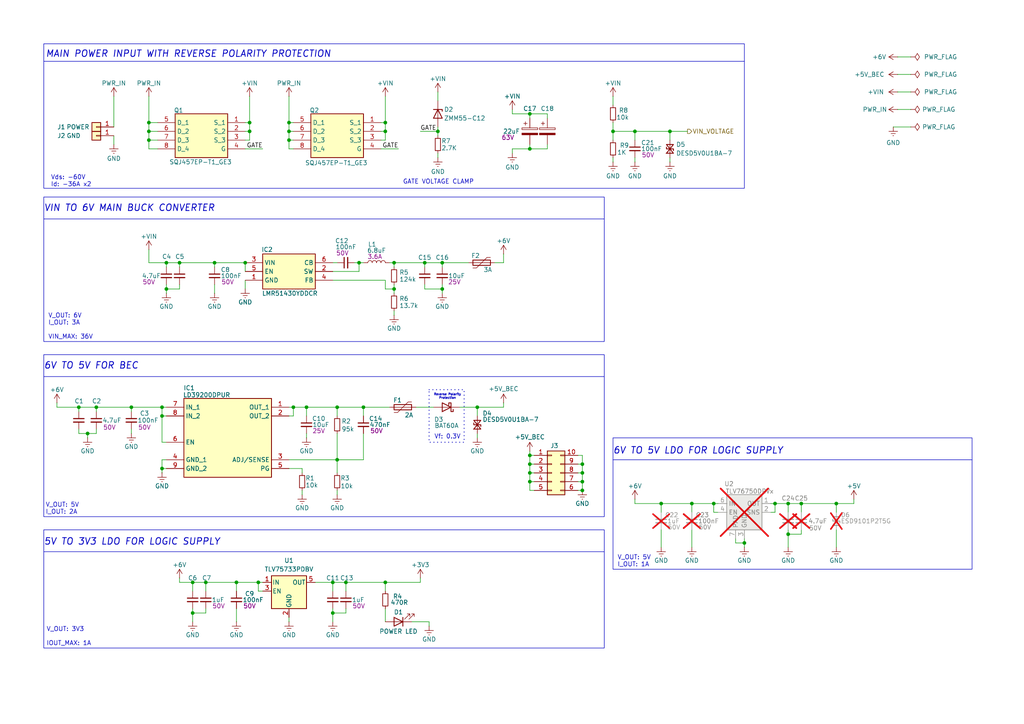
<source format=kicad_sch>
(kicad_sch (version 20231120) (generator "eeschema") (generator_version "8.0")
  (paper "A4")
  (junction (at 200.66 146.05))
  (junction (at 55.88 168.91))
  (junction (at 48.26 76.2))
  (junction (at 242.57 146.05))
  (junction (at 43.18 38.1))
  (junction (at 177.8 38.1))
  (junction (at 111.76 38.1))
  (junction (at 52.07 76.2))
  (junction (at 83.82 35.56))
  (junction (at 114.3 83.82))
  (junction (at 168.91 139.7))
  (junction (at 74.93 168.91))
  (junction (at 97.79 118.11))
  (junction (at 184.15 38.1))
  (junction (at 96.52 177.8))
  (junction (at 96.52 168.91))
  (junction (at 168.91 134.62))
  (junction (at 168.91 137.16))
  (junction (at 207.01 146.05))
  (junction (at 153.67 132.08))
  (junction (at 22.86 118.11))
  (junction (at 27.94 118.11))
  (junction (at 38.1 118.11))
  (junction (at 153.67 43.18))
  (junction (at 46.99 135.89))
  (junction (at 46.99 118.11))
  (junction (at 114.3 76.2))
  (junction (at 100.33 168.91))
  (junction (at 153.67 33.02))
  (junction (at 46.99 120.65))
  (junction (at 62.23 76.2))
  (junction (at 25.4 125.73))
  (junction (at 72.39 38.1))
  (junction (at 153.67 134.62))
  (junction (at 138.43 118.11))
  (junction (at 224.79 146.05))
  (junction (at 97.79 133.35))
  (junction (at 215.9 157.48))
  (junction (at 68.58 168.91))
  (junction (at 153.67 137.16))
  (junction (at 83.82 40.64))
  (junction (at 104.14 76.2))
  (junction (at 111.76 35.56))
  (junction (at 194.31 38.1))
  (junction (at 232.41 146.05))
  (junction (at 191.77 146.05))
  (junction (at 72.39 35.56))
  (junction (at 168.91 142.24))
  (junction (at 43.18 35.56))
  (junction (at 88.9 118.11))
  (junction (at 59.69 168.91))
  (junction (at 153.67 139.7))
  (junction (at 105.41 118.11))
  (junction (at 48.26 83.82))
  (junction (at 111.76 168.91))
  (junction (at 128.27 83.82))
  (junction (at 127 38.1))
  (junction (at 83.82 38.1))
  (junction (at 228.6 154.94))
  (junction (at 71.12 76.2))
  (junction (at 43.18 40.64))
  (junction (at 228.6 146.05))
  (junction (at 55.88 177.8))
  (junction (at 123.19 76.2))
  (junction (at 128.27 76.2))
  (junction (at 85.09 118.11))
  (wire (pts (xy 110.49 35.56) (xy 111.76 35.56)))
  (wire (pts (xy 228.6 146.05) (xy 232.41 146.05)))
  (wire (pts (xy 138.43 118.11) (xy 146.05 118.11)))
  (wire (pts (xy 111.76 38.1) (xy 111.76 40.64)))
  (wire (pts (xy 228.6 154.94) (xy 228.6 153.67)))
  (wire (pts (xy 120.65 118.11) (xy 125.73 118.11)))
  (wire (pts (xy 184.15 45.72) (xy 184.15 46.99)))
  (wire (pts (xy 83.82 38.1) (xy 83.82 40.64)))
  (wire (pts (xy 111.76 168.91) (xy 111.76 171.45)))
  (wire (pts (xy 85.09 118.11) (xy 88.9 118.11)))
  (wire (pts (xy 121.92 38.1) (xy 127 38.1)))
  (wire (pts (xy 242.57 146.05) (xy 242.57 148.59)))
  (wire (pts (xy 177.8 45.72) (xy 177.8 46.99)))
  (wire (pts (xy 153.67 33.02) (xy 158.75 33.02)))
  (wire (pts (xy 91.44 168.91) (xy 96.52 168.91)))
  (wire (pts (xy 148.59 43.18) (xy 148.59 44.45)))
  (wire (pts (xy 83.82 40.64) (xy 85.09 40.64)))
  (wire (pts (xy 184.15 38.1) (xy 184.15 40.64)))
  (wire (pts (xy 232.41 146.05) (xy 242.57 146.05)))
  (wire (pts (xy 114.3 77.47) (xy 114.3 76.2)))
  (wire (pts (xy 71.12 76.2) (xy 71.12 78.74)))
  (wire (pts (xy 71.12 81.28) (xy 71.12 83.82)))
  (wire (pts (xy 88.9 118.11) (xy 97.79 118.11)))
  (wire (pts (xy 223.52 146.05) (xy 224.79 146.05)))
  (wire (pts (xy 83.82 38.1) (xy 85.09 38.1)))
  (wire (pts (xy 208.28 148.59) (xy 207.01 148.59)))
  (wire (pts (xy 127 45.72) (xy 127 44.45)))
  (wire (pts (xy 260.35 16.51) (xy 264.16 16.51)))
  (wire (pts (xy 85.09 35.56) (xy 83.82 35.56)))
  (wire (pts (xy 71.12 43.18) (xy 76.2 43.18)))
  (wire (pts (xy 46.99 120.65) (xy 46.99 118.11)))
  (wire (pts (xy 232.41 153.67) (xy 232.41 154.94)))
  (wire (pts (xy 97.79 133.35) (xy 105.41 133.35)))
  (polyline (pts (xy 12.7 63.5) (xy 175.26 63.5)))
  (wire (pts (xy 168.91 132.08) (xy 168.91 134.62)))
  (wire (pts (xy 48.26 85.09) (xy 48.26 83.82)))
  (wire (pts (xy 123.19 76.2) (xy 123.19 77.47)))
  (wire (pts (xy 200.66 153.67) (xy 200.66 158.75)))
  (wire (pts (xy 153.67 43.18) (xy 158.75 43.18)))
  (wire (pts (xy 232.41 146.05) (xy 232.41 148.59)))
  (wire (pts (xy 72.39 27.94) (xy 72.39 35.56)))
  (wire (pts (xy 111.76 27.94) (xy 111.76 35.56)))
  (wire (pts (xy 260.35 21.59) (xy 264.16 21.59)))
  (wire (pts (xy 25.4 125.73) (xy 27.94 125.73)))
  (wire (pts (xy 247.65 144.78) (xy 247.65 146.05)))
  (wire (pts (xy 96.52 176.53) (xy 96.52 177.8)))
  (wire (pts (xy 184.15 146.05) (xy 184.15 144.78)))
  (wire (pts (xy 114.3 83.82) (xy 114.3 85.09)))
  (wire (pts (xy 138.43 118.11) (xy 138.43 120.65)))
  (wire (pts (xy 43.18 27.94) (xy 43.18 35.56)))
  (wire (pts (xy 48.26 120.65) (xy 46.99 120.65)))
  (wire (pts (xy 213.36 157.48) (xy 215.9 157.48)))
  (wire (pts (xy 124.46 180.34) (xy 119.38 180.34)))
  (wire (pts (xy 22.86 125.73) (xy 22.86 124.46)))
  (wire (pts (xy 68.58 176.53) (xy 68.58 180.34)))
  (wire (pts (xy 97.79 125.73) (xy 97.79 133.35)))
  (wire (pts (xy 127 29.21) (xy 127 26.67)))
  (wire (pts (xy 133.35 118.11) (xy 138.43 118.11)))
  (wire (pts (xy 48.26 82.55) (xy 48.26 83.82)))
  (wire (pts (xy 177.8 35.56) (xy 177.8 38.1)))
  (wire (pts (xy 96.52 168.91) (xy 100.33 168.91)))
  (wire (pts (xy 48.26 77.47) (xy 48.26 76.2)))
  (wire (pts (xy 105.41 118.11) (xy 113.03 118.11)))
  (wire (pts (xy 105.41 120.65) (xy 105.41 118.11)))
  (polyline (pts (xy 12.7 160.02) (xy 175.26 160.02)))
  (wire (pts (xy 177.8 27.94) (xy 177.8 30.48)))
  (wire (pts (xy 87.63 135.89) (xy 87.63 137.16)))
  (wire (pts (xy 96.52 76.2) (xy 97.79 76.2)))
  (wire (pts (xy 146.05 76.2) (xy 143.51 76.2)))
  (wire (pts (xy 96.52 81.28) (xy 111.76 81.28)))
  (wire (pts (xy 242.57 158.75) (xy 242.57 153.67)))
  (wire (pts (xy 46.99 118.11) (xy 48.26 118.11)))
  (wire (pts (xy 168.91 139.7) (xy 167.64 139.7)))
  (wire (pts (xy 264.16 31.75) (xy 260.35 31.75)))
  (wire (pts (xy 55.88 177.8) (xy 55.88 176.53)))
  (wire (pts (xy 97.79 118.11) (xy 97.79 120.65)))
  (wire (pts (xy 153.67 139.7) (xy 153.67 142.24)))
  (wire (pts (xy 33.02 27.94) (xy 33.02 36.83)))
  (wire (pts (xy 168.91 137.16) (xy 168.91 139.7)))
  (wire (pts (xy 38.1 118.11) (xy 38.1 119.38)))
  (wire (pts (xy 177.8 38.1) (xy 177.8 40.64)))
  (wire (pts (xy 62.23 76.2) (xy 62.23 77.47)))
  (wire (pts (xy 76.2 171.45) (xy 74.93 171.45)))
  (wire (pts (xy 228.6 148.59) (xy 228.6 146.05)))
  (wire (pts (xy 71.12 38.1) (xy 72.39 38.1)))
  (wire (pts (xy 83.82 43.18) (xy 85.09 43.18)))
  (wire (pts (xy 104.14 76.2) (xy 105.41 76.2)))
  (wire (pts (xy 83.82 35.56) (xy 83.82 27.94)))
  (polyline (pts (xy 12.7 17.78) (xy 215.9 17.78)))
  (wire (pts (xy 168.91 142.24) (xy 167.64 142.24)))
  (wire (pts (xy 68.58 168.91) (xy 74.93 168.91)))
  (wire (pts (xy 194.31 38.1) (xy 194.31 40.64)))
  (wire (pts (xy 153.67 130.81) (xy 153.67 132.08)))
  (wire (pts (xy 208.28 146.05) (xy 207.01 146.05)))
  (wire (pts (xy 184.15 146.05) (xy 191.77 146.05)))
  (wire (pts (xy 224.79 146.05) (xy 228.6 146.05)))
  (polyline (pts (xy 12.7 109.22) (xy 175.26 109.22)))
  (wire (pts (xy 123.19 76.2) (xy 128.27 76.2)))
  (wire (pts (xy 114.3 90.17) (xy 114.3 91.44)))
  (wire (pts (xy 88.9 120.65) (xy 88.9 118.11)))
  (wire (pts (xy 127 36.83) (xy 127 38.1)))
  (wire (pts (xy 153.67 134.62) (xy 154.94 134.62)))
  (wire (pts (xy 153.67 41.91) (xy 153.67 43.18)))
  (wire (pts (xy 228.6 154.94) (xy 232.41 154.94)))
  (wire (pts (xy 83.82 179.07) (xy 83.82 180.34)))
  (wire (pts (xy 191.77 146.05) (xy 200.66 146.05)))
  (wire (pts (xy 148.59 31.75) (xy 148.59 33.02)))
  (wire (pts (xy 111.76 180.34) (xy 111.76 176.53)))
  (wire (pts (xy 71.12 40.64) (xy 72.39 40.64)))
  (wire (pts (xy 194.31 38.1) (xy 199.39 38.1)))
  (wire (pts (xy 74.93 168.91) (xy 76.2 168.91)))
  (wire (pts (xy 114.3 82.55) (xy 114.3 83.82)))
  (wire (pts (xy 96.52 168.91) (xy 96.52 171.45)))
  (wire (pts (xy 168.91 137.16) (xy 167.64 137.16)))
  (wire (pts (xy 96.52 78.74) (xy 104.14 78.74)))
  (wire (pts (xy 22.86 118.11) (xy 27.94 118.11)))
  (wire (pts (xy 87.63 142.24) (xy 87.63 143.51)))
  (wire (pts (xy 22.86 118.11) (xy 22.86 119.38)))
  (wire (pts (xy 158.75 41.91) (xy 158.75 43.18)))
  (wire (pts (xy 264.16 36.83) (xy 259.08 36.83)))
  (wire (pts (xy 43.18 72.39) (xy 43.18 76.2)))
  (wire (pts (xy 224.79 146.05) (xy 224.79 148.59)))
  (wire (pts (xy 46.99 133.35) (xy 46.99 135.89)))
  (wire (pts (xy 62.23 82.55) (xy 62.23 85.09)))
  (wire (pts (xy 72.39 40.64) (xy 72.39 38.1)))
  (wire (pts (xy 184.15 38.1) (xy 177.8 38.1)))
  (wire (pts (xy 224.79 148.59) (xy 223.52 148.59)))
  (wire (pts (xy 38.1 118.11) (xy 46.99 118.11)))
  (wire (pts (xy 110.49 43.18) (xy 115.57 43.18)))
  (wire (pts (xy 43.18 38.1) (xy 43.18 40.64)))
  (wire (pts (xy 213.36 157.48) (xy 213.36 156.21)))
  (wire (pts (xy 22.86 125.73) (xy 25.4 125.73)))
  (wire (pts (xy 43.18 40.64) (xy 45.72 40.64)))
  (wire (pts (xy 114.3 76.2) (xy 123.19 76.2)))
  (wire (pts (xy 207.01 148.59) (xy 207.01 146.05)))
  (wire (pts (xy 52.07 83.82) (xy 48.26 83.82)))
  (wire (pts (xy 88.9 127) (xy 88.9 125.73)))
  (wire (pts (xy 264.16 26.67) (xy 260.35 26.67)))
  (wire (pts (xy 121.92 168.91) (xy 121.92 167.64)))
  (wire (pts (xy 200.66 146.05) (xy 207.01 146.05)))
  (wire (pts (xy 87.63 135.89) (xy 83.82 135.89)))
  (wire (pts (xy 105.41 133.35) (xy 105.41 125.73)))
  (wire (pts (xy 83.82 35.56) (xy 83.82 38.1)))
  (wire (pts (xy 153.67 134.62) (xy 153.67 137.16)))
  (wire (pts (xy 16.51 118.11) (xy 22.86 118.11)))
  (wire (pts (xy 52.07 168.91) (xy 52.07 167.64)))
  (wire (pts (xy 111.76 35.56) (xy 111.76 38.1)))
  (wire (pts (xy 55.88 168.91) (xy 59.69 168.91)))
  (wire (pts (xy 59.69 168.91) (xy 59.69 171.45)))
  (wire (pts (xy 97.79 118.11) (xy 105.41 118.11)))
  (wire (pts (xy 100.33 168.91) (xy 100.33 171.45)))
  (wire (pts (xy 128.27 76.2) (xy 128.27 77.47)))
  (wire (pts (xy 71.12 35.56) (xy 72.39 35.56)))
  (wire (pts (xy 113.03 76.2) (xy 114.3 76.2)))
  (wire (pts (xy 59.69 177.8) (xy 59.69 176.53)))
  (wire (pts (xy 43.18 76.2) (xy 48.26 76.2)))
  (wire (pts (xy 153.67 33.02) (xy 153.67 34.29)))
  (wire (pts (xy 62.23 76.2) (xy 71.12 76.2)))
  (wire (pts (xy 123.19 83.82) (xy 128.27 83.82)))
  (wire (pts (xy 127 39.37) (xy 127 38.1)))
  (wire (pts (xy 111.76 81.28) (xy 111.76 83.82)))
  (wire (pts (xy 153.67 142.24) (xy 154.94 142.24)))
  (wire (pts (xy 55.88 168.91) (xy 55.88 171.45)))
  (wire (pts (xy 38.1 124.46) (xy 38.1 125.73)))
  (wire (pts (xy 153.67 137.16) (xy 153.67 139.7)))
  (wire (pts (xy 48.26 128.27) (xy 46.99 128.27)))
  (wire (pts (xy 52.07 76.2) (xy 62.23 76.2)))
  (wire (pts (xy 97.79 133.35) (xy 97.79 137.16)))
  (wire (pts (xy 96.52 177.8) (xy 100.33 177.8)))
  (wire (pts (xy 123.19 83.82) (xy 123.19 82.55)))
  (wire (pts (xy 228.6 158.75) (xy 228.6 154.94)))
  (wire (pts (xy 194.31 45.72) (xy 194.31 46.99)))
  (wire (pts (xy 48.26 133.35) (xy 46.99 133.35)))
  (wire (pts (xy 43.18 43.18) (xy 43.18 40.64)))
  (wire (pts (xy 52.07 82.55) (xy 52.07 83.82)))
  (wire (pts (xy 100.33 176.53) (xy 100.33 177.8)))
  (wire (pts (xy 128.27 83.82) (xy 128.27 82.55)))
  (wire (pts (xy 43.18 35.56) (xy 45.72 35.56)))
  (wire (pts (xy 48.26 135.89) (xy 46.99 135.89)))
  (wire (pts (xy 138.43 125.73) (xy 138.43 127)))
  (wire (pts (xy 96.52 177.8) (xy 96.52 180.34)))
  (wire (pts (xy 68.58 168.91) (xy 68.58 171.45)))
  (wire (pts (xy 146.05 118.11) (xy 146.05 116.84)))
  (wire (pts (xy 59.69 168.91) (xy 68.58 168.91)))
  (wire (pts (xy 191.77 146.05) (xy 191.77 148.59)))
  (wire (pts (xy 83.82 118.11) (xy 85.09 118.11)))
  (wire (pts (xy 83.82 40.64) (xy 83.82 43.18)))
  (wire (pts (xy 215.9 156.21) (xy 215.9 157.48)))
  (wire (pts (xy 168.91 134.62) (xy 168.91 137.16)))
  (wire (pts (xy 46.99 128.27) (xy 46.99 120.65)))
  (wire (pts (xy 148.59 43.18) (xy 153.67 43.18)))
  (wire (pts (xy 111.76 83.82) (xy 114.3 83.82)))
  (wire (pts (xy 43.18 43.18) (xy 45.72 43.18)))
  (wire (pts (xy 110.49 40.64) (xy 111.76 40.64)))
  (wire (pts (xy 128.27 85.09) (xy 128.27 83.82)))
  (wire (pts (xy 111.76 168.91) (xy 121.92 168.91)))
  (wire (pts (xy 168.91 139.7) (xy 168.91 142.24)))
  (wire (pts (xy 48.26 76.2) (xy 52.07 76.2)))
  (wire (pts (xy 25.4 127) (xy 25.4 125.73)))
  (wire (pts (xy 33.02 39.37) (xy 33.02 41.91)))
  (wire (pts (xy 52.07 168.91) (xy 55.88 168.91)))
  (wire (pts (xy 153.67 139.7) (xy 154.94 139.7)))
  (wire (pts (xy 148.59 33.02) (xy 153.67 33.02)))
  (wire (pts (xy 43.18 38.1) (xy 45.72 38.1)))
  (wire (pts (xy 83.82 120.65) (xy 85.09 120.65)))
  (wire (pts (xy 97.79 143.51) (xy 97.79 142.24)))
  (wire (pts (xy 43.18 38.1) (xy 43.18 35.56)))
  (polyline (pts (xy 177.8 133.35) (xy 281.94 133.35)))
  (wire (pts (xy 104.14 78.74) (xy 104.14 76.2)))
  (wire (pts (xy 110.49 38.1) (xy 111.76 38.1)))
  (wire (pts (xy 72.39 35.56) (xy 72.39 38.1)))
  (wire (pts (xy 52.07 76.2) (xy 52.07 77.47)))
  (wire (pts (xy 168.91 134.62) (xy 167.64 134.62)))
  (wire (pts (xy 104.14 76.2) (xy 102.87 76.2)))
  (wire (pts (xy 128.27 76.2) (xy 135.89 76.2)))
  (wire (pts (xy 242.57 146.05) (xy 247.65 146.05)))
  (wire (pts (xy 27.94 125.73) (xy 27.94 124.46)))
  (wire (pts (xy 74.93 168.91) (xy 74.93 171.45)))
  (wire (pts (xy 55.88 177.8) (xy 55.88 180.34)))
  (wire (pts (xy 27.94 118.11) (xy 27.94 119.38)))
  (wire (pts (xy 83.82 133.35) (xy 97.79 133.35)))
  (wire (pts (xy 200.66 148.59) (xy 200.66 146.05)))
  (wire (pts (xy 153.67 132.08) (xy 154.94 132.08)))
  (wire (pts (xy 55.88 177.8) (xy 59.69 177.8)))
  (wire (pts (xy 153.67 137.16) (xy 154.94 137.16)))
  (wire (pts (xy 191.77 158.75) (xy 191.77 153.67)))
  (wire (pts (xy 168.91 132.08) (xy 167.64 132.08)))
  (wire (pts (xy 215.9 158.75) (xy 215.9 157.48)))
  (wire (pts (xy 100.33 168.91) (xy 111.76 168.91)))
  (wire (pts (xy 124.46 181.61) (xy 124.46 180.34)))
  (wire (pts (xy 146.05 73.66) (xy 146.05 76.2)))
  (wire (pts (xy 158.75 33.02) (xy 158.75 34.29)))
  (wire (pts (xy 46.99 135.89) (xy 46.99 137.16)))
  (wire (pts (xy 85.09 120.65) (xy 85.09 118.11)))
  (wire (pts (xy 27.94 118.11) (xy 38.1 118.11)))
  (wire (pts (xy 153.67 132.08) (xy 153.67 134.62)))
  (wire (pts (xy 184.15 38.1) (xy 194.31 38.1)))
  (wire (pts (xy 16.51 118.11) (xy 16.51 116.84)))
  (rectangle (start 12.7 12.7) (end 215.9 54.61))
  (rectangle (start 12.7 57.15) (end 175.26 99.06))
  (rectangle (start 12.7 153.67) (end 175.26 187.96))
  (rectangle (start 177.8 127) (end 281.94 165.1))
  (rectangle (start 124.46 113.03) (end 134.62 128.27) (stroke (width 0.254) (type dot)))
  (rectangle (start 12.7 102.87) (end 175.26 149.86))
  (text "V_OUT: 5V\nI_OUT: 1A" (at 179.07 162.814 0) (effects (font (size 1.27 1.27)) (justify left)))
  (text "V_OUT: 6V\nI_OUT: 3A\n\nVIN_MAX: 36V\n\n" (at 13.97 95.758 0) (effects (font (size 1.27 1.27)) (justify left)))
  (text "V_OUT: 3V3\n\nIOUT_MAX: 1A" (at 13.462 184.658 0) (effects (font (size 1.27 1.27)) (justify left)))
  (text "Reverse Polarity\nProtection" (at 129.794 115.062 0) (effects (font (size 0.635 0.635))))
  (text "5V TO 3V3 LDO FOR LOGIC SUPPLY" (at 12.7 157.226 0) (effects (font (size 1.905 1.905) (thickness 0.2381) (italic yes)) (justify left)))
  (text "Vds: -60V\nId: -36A x2" (at 14.732 52.578 0) (effects (font (size 1.27 1.27)) (justify left)))
  (text "MAIN POWER INPUT WITH REVERSE POLARITY PROTECTION" (at 13.208 15.748 0) (effects (font (size 1.905 1.905) (thickness 0.2381) (italic yes)) (justify left)))
  (text "Vf: 0.3V" (at 129.794 126.746 0) (effects (font (size 1.27 1.27))))
  (text "V_OUT: 5V\nI_OUT: 2A" (at 13.208 147.574 0) (effects (font (size 1.27 1.27)) (justify left)))
  (text "6V TO 5V FOR BEC" (at 12.7 106.172 0) (effects (font (size 1.905 1.905) (thickness 0.2381) (italic yes)) (justify left)))
  (text "GATE VOLTAGE CLAMP" (at 116.84 52.832 0) (effects (font (size 1.27 1.27)) (justify left)))
  (text "6V TO 5V LDO FOR LOGIC SUPPLY" (at 177.8 130.81 0) (effects (font (size 1.905 1.905) (thickness 0.2381) (italic yes)) (justify left)))
  (text "VIN TO 6V MAIN BUCK CONVERTER" (at 12.7 60.452 0) (effects (font (size 1.905 1.905) (thickness 0.2381) (italic yes)) (justify left)))
  (label "GATE" (at 115.57 43.18 180))
  (label "GATE" (at 121.92 38.1 0))
  (label "GATE" (at 76.2 43.18 180))
  (hierarchical_label "VIN_VOLTAGE" (shape output) (at 199.39 38.1 0))
  (symbol (lib_id "power:PWR_FLAG") (at 264.16 21.59 270) (unit 1)
    (property "Reference" "#FLG02" (effects (hide yes)))
    (property "Value" "PWR_FLAG" (at 267.97 21.5899 90) (effects (justify left)))
    (property "Description" "Special symbol for telling ERC where power comes from" (effects (hide yes)))
  )
  (symbol (lib_id "power:+5V") (at 153.67 130.81 0) (unit 1)
    (property "Reference" "#PWR033" (effects (hide yes)))
    (property "Value" "+5V_BEC" (at 153.67 126.746 0))
    (property "Description" "Power symbol creates a global label with name \"+5V\"" (effects (hide yes)))
  )
  (symbol (lib_id "power:+5V") (at 260.35 16.51 90) (unit 1)
    (property "Reference" "#PWR048" (effects (hide yes)))
    (property "Value" "+6V" (at 255.016 16.51 90))
    (property "Description" "Power symbol creates a global label with name \"+5V\"" (effects (hide yes)))
  )
  (symbol (lib_id "power:VCC") (at 72.39 27.94 0) (unit 1)
    (property "Reference" "#PWR015" (effects (hide yes)))
    (property "Value" "+VIN" (at 72.39 24.13 0))
    (property "Description" "Power symbol creates a global label with name \"VCC\"" (effects (hide yes)))
  )
  (symbol (lib_id "power:Earth") (at 127 45.72 0) (unit 1)
    (property "Reference" "#PWR027" (effects (hide yes)))
    (property "Value" "GND" (at 127 49.784 0))
    (property "Description" "Power symbol creates a global label with name \"Earth\"" (effects (hide yes)))
  )
  (symbol (lib_id "power:Earth") (at 96.52 180.34 0) (unit 1)
    (property "Reference" "#PWR020" (effects (hide yes)))
    (property "Value" "GND" (at 96.52 184.15 0))
    (property "Description" "Power symbol creates a global label with name \"Earth\"" (effects (hide yes)))
  )
  (symbol (lib_id "power:Earth") (at 97.79 143.51 0) (unit 1)
    (property "Reference" "#PWR021" (effects (hide yes)))
    (property "Value" "GND" (at 97.79 147.32 0))
    (property "Description" "Power symbol creates a global label with name \"Earth\"" (effects (hide yes)))
  )
  (symbol (lib_id "power:Earth") (at 128.27 85.09 0) (unit 1)
    (property "Reference" "#PWR028" (effects (hide yes)))
    (property "Value" "GND" (at 128.27 88.9 0))
    (property "Description" "Power symbol creates a global label with name \"Earth\"" (effects (hide yes)))
  )
  (symbol (lib_id "power:Earth") (at 68.58 180.34 0) (unit 1)
    (property "Reference" "#PWR013" (effects (hide yes)))
    (property "Value" "GND" (at 68.58 184.15 0))
    (property "Description" "Power symbol creates a global label with name \"Earth\"" (effects (hide yes)))
  )
  (symbol (lib_id "Device:L") (at 109.22 76.2 90) (unit 1)
    (property "Reference" "L1" (at 107.95 70.866 90))
    (property "Value" "6.8uF" (at 109.22 72.644 90))
    (property "Footprint" "Inductor_SMD_Wurth:L_Wurth_WE-LQSH-4020" (effects (hide yes)))
    (property "Description" "Inductor" (effects (hide yes)))
    (property "Max Current" "3.6A" (at 108.712 74.422 90))
    (property "Mouser Link" "https://www.mouser.com.tr/ProductDetail/TDK/VLS6045EX-6R8M?qs=LtAzLad%252BoeXmJR68%2FnJvXA%3D%3D" (effects (hide yes)))
    (property "Mfr.No" "VLS6045EX-6R8M" (effects (hide yes)))
  )
  (symbol (lib_id "Device:C_Small") (at 27.94 121.92 0) (unit 1)
    (property "Reference" "C2" (at 26.67 116.332 0) (effects (justify left)))
    (property "Value" "4.7uF" (at 29.718 121.92 0) (effects (justify left)))
    (property "Footprint" "Capacitor_SMD:C_0805_2012Metric" (effects (hide yes)))
    (property "Description" "Unpolarized capacitor, small symbol" (effects (hide yes)))
    (property "Voltage" "50V" (at 31.75 123.952 0))
    (property "Link" "https://ozdisan.com/pasif-komponentler/kapasitorler/smt-smd-ve-mlcc-kapasitorler/GRM21BR61H475KE51L/1042516" (effects (hide yes)))
    (property "Mfr.No" "GRM21BR61H475KE51L" (effects (hide yes)))
  )
  (symbol (lib_id "Device:C_Small") (at 200.66 151.13 0) (mirror y) (unit 1) (dnp yes)
    (property "Reference" "C23" (at 203.708 149.352 0))
    (property "Value" "100nF" (at 205.486 151.13 0))
    (property "Footprint" "Capacitor_SMD:C_0603_1608Metric" (effects (hide yes)))
    (property "Description" "Unpolarized capacitor, small symbol" (effects (hide yes)))
    (property "Voltage" "50V" (at 204.47 152.908 0))
    (property "Link" "https://ozdisan.com/pasif-komponentler/kapasitorler/smt-smd-ve-mlcc-kapasitorler/MCF03KTB500104/1057170" (effects (hide yes)))
    (property "Mfr.No" "MCF03KTB500104" (effects (hide yes)))
  )
  (symbol (lib_id "Device:LED") (at 115.57 180.34 180) (unit 1)
    (property "Reference" "D1" (at 115.57 177.546 0))
    (property "Value" "POWER LED" (at 115.57 183.134 0))
    (property "Footprint" "LED_SMD:LED_0603_1608Metric" (effects (hide yes)))
    (property "Description" "Light emitting diode" (effects (hide yes)))
    (property "Link" "https://ozdisan.com/led-ve-aydinlatma-cozumleri/led-komponentler/sinyal-ledler-tek-renkli/LTST-C190KGKT/358986" (effects (hide yes)))
    (property "Mfr.No" "LTST-C190KGKT" (effects (hide yes)))
  )
  (symbol (lib_id "Device:C_Small") (at 128.27 80.01 0) (mirror y) (unit 1)
    (property "Reference" "C16" (at 128.27 74.676 0))
    (property "Value" "10uF" (at 134.874 80.01 0) (effects (justify left)))
    (property "Footprint" "Capacitor_SMD:C_0805_2012Metric" (effects (hide yes)))
    (property "Description" "Unpolarized capacitor, small symbol" (effects (hide yes)))
    (property "Voltage" "25V" (at 131.826 81.788 0))
    (property "Link" "https://ozdisan.com/pasif-komponentler/kapasitorler/smt-smd-ve-mlcc-kapasitorler/CL21A106KAYNNNE/453566" (effects (hide yes)))
    (property "Mfr.No" "CL21A106KAYNNNE" (effects (hide yes)))
  )
  (symbol (lib_id "Device:R_Small") (at 97.79 139.7 180) (unit 1)
    (property "Reference" "R3" (at 100.076 138.684 0))
    (property "Value" "10k" (at 100.584 140.97 0))
    (property "Footprint" "Resistor_SMD:R_0603_1608Metric" (effects (hide yes)))
    (property "Description" "Resistor, small symbol" (effects (hide yes)))
    (property "Link" "https://ozdisan.com/pasif-komponentler/direncler/smt-smd-ve-cip-direncler/CRT03F7E1002/1054351" (effects (hide yes)))
    (property "Mfr.No" "CRT03F7E1002" (effects (hide yes)))
  )
  (symbol (lib_id "Device:D_TVS_Small") (at 242.57 151.13 90) (unit 1) (dnp yes)
    (property "Reference" "D6" (at 243.84 149.352 90) (effects (justify right)))
    (property "Value" "ESD9101P2T5G" (at 243.84 151.13 90) (effects (justify right)))
    (property "Footprint" "Diode_SMD:D_SOD-323" (effects (hide yes)))
    (property "Datasheet" "https://www.diodes.com/assets/Datasheets/DESD5V0U1BA.pdf" (effects (hide yes)))
    (property "Description" "Bidirectional transient-voltage-suppression diode, small symbol" (effects (hide yes)))
    (property "Link" "https://www.mouser.com.tr/ProductDetail/onsemi/ESD9101P2T5G?qs=5aG0NVq1C4ySlMx2D5w2xw%3D%3D" (effects (hide yes)))
    (property "Mfr.No" "ESD9101P2T5G" (effects (hide yes)))
    (property "V_Working" "5V" (effects (hide yes)))
    (property "V_BreakDown" "5.3V" (effects (hide yes)))
    (property "V_Clamp" "7V" (effects (hide yes)))
  )
  (symbol (lib_id "Device:C_Small") (at 100.33 76.2 90) (unit 1)
    (property "Reference" "C12" (at 101.092 69.85 90) (effects (justify left)))
    (property "Value" "100nF" (at 103.378 71.628 90) (effects (justify left)))
    (property "Footprint" "Capacitor_SMD:C_0603_1608Metric" (effects (hide yes)))
    (property "Description" "Unpolarized capacitor, small symbol" (effects (hide yes)))
    (property "Voltage" "50V" (at 99.314 73.406 90))
    (property "Link" "https://ozdisan.com/pasif-komponentler/kapasitorler/smt-smd-ve-mlcc-kapasitorler/MCF03KTB500104/1057170" (effects (hide yes)))
    (property "Mfr.No" "MCF03KTB500104" (effects (hide yes)))
  )
  (symbol (lib_id "power:Earth") (at 55.88 180.34 0) (unit 1)
    (property "Reference" "#PWR011" (effects (hide yes)))
    (property "Value" "GND" (at 55.88 184.15 0))
    (property "Description" "Power symbol creates a global label with name \"Earth\"" (effects (hide yes)))
  )
  (symbol (lib_id "power:Earth") (at 194.31 46.99 0) (unit 1)
    (property "Reference" "#PWR041" (effects (hide yes)))
    (property "Value" "GND" (at 194.31 51.054 0))
    (property "Description" "Power symbol creates a global label with name \"Earth\"" (effects (hide yes)))
  )
  (symbol (lib_id "Device:R_Small") (at 97.79 123.19 0) (unit 1)
    (property "Reference" "R2" (at 99.06 122.174 0) (effects (justify left)))
    (property "Value" "95k" (at 99.06 124.46 0) (effects (justify left)))
    (property "Footprint" "Resistor_SMD:R_0603_1608Metric" (effects (hide yes)))
    (property "Description" "Resistor, small symbol" (effects (hide yes)))
    (property "Link" "https://ozdisan.com/pasif-komponentler/direncler/smt-smd-ve-cip-direncler/0603SAF9532T5E/515005" (effects (hide yes)))
    (property "Mfr.No" "0603SAF9532T5E" (effects (hide yes)))
  )
  (symbol (lib_id "power:PWR_FLAG") (at 264.16 26.67 270) (unit 1)
    (property "Reference" "#FLG03" (effects (hide yes)))
    (property "Value" "PWR_FLAG" (at 272.796 26.67 90))
    (property "Description" "Special symbol for telling ERC where power comes from" (effects (hide yes)))
  )
  (symbol (lib_id "Device:R_Small") (at 177.8 43.18 0) (unit 1)
    (property "Reference" "R9" (at 181.102 42.164 0))
    (property "Value" "1K" (at 180.34 44.196 0))
    (property "Footprint" "Resistor_SMD:R_0603_1608Metric" (effects (hide yes)))
    (property "Description" "Resistor, small symbol" (effects (hide yes)))
    (property "Link" "https://ozdisan.com/pasif-komponentler/direncler/smt-smd-ve-cip-direncler/CRT03F7E1001/1054353" (effects (hide yes)))
    (property "Mfr.No" "CRT03F7E1001" (effects (hide yes)))
  )
  (symbol (lib_id "Device:C_Small") (at 105.41 123.19 0) (unit 1)
    (property "Reference" "C14" (at 108.966 121.412 0))
    (property "Value" "470nF" (at 107.188 123.19 0) (effects (justify left)))
    (property "Footprint" "Capacitor_SMD:C_0805_2012Metric" (effects (hide yes)))
    (property "Description" "Unpolarized capacitor, small symbol" (effects (hide yes)))
    (property "Voltage" "50V" (at 109.22 124.968 0))
    (property "Link" "https://ozdisan.com/pasif-komponentler/kapasitorler/smt-shttps://www.ozdisan.com/pasif-komponentler/kapasitorler/smt-smd-ve-mlcc-kapasitorler/CL21B474KBFNNNE/337061md-ve-mlcc-kapasitorler/CL10B474KA8NNNC/355575" (effects (hide yes)))
    (property "Mfr.No" "CL21B474KBFNNNE" (effects (hide yes)))
  )
  (symbol (lib_id "Device:Polyfuse") (at 116.84 118.11 90) (unit 1)
    (property "Reference" "F1" (at 115.316 116.078 90))
    (property "Value" "2A" (at 118.618 120.396 90))
    (property "Footprint" "Fuse:Fuse_0805_2012Metric" (effects (hide yes)))
    (property "Description" "Resettable fuse, polymeric positive temperature coefficient" (effects (hide yes)))
    (property "Mouser Link" "https://www.mouser.com.tr/ProductDetail/Kamaya/FCC20202AATP?qs=iLbezkQI%252BsgkCeGYs3vhiw%3D%3D" (effects (hide yes)))
    (property "Mfr.No" "FCC20202AATP" (effects (hide yes)))
  )
  (symbol (lib_id "power:VCC") (at 43.18 72.39 0) (unit 1)
    (property "Reference" "#PWR07" (effects (hide yes)))
    (property "Value" "+VIN" (at 43.18 68.58 0))
    (property "Description" "Power symbol creates a global label with name \"VCC\"" (effects (hide yes)))
  )
  (symbol (lib_id "Device:C_Small") (at 59.69 173.99 0) (mirror y) (unit 1)
    (property "Reference" "C7" (at 59.944 167.64 0))
    (property "Value" "1uF" (at 63.246 173.99 0))
    (property "Footprint" "Capacitor_SMD:C_0805_2012Metric" (effects (hide yes)))
    (property "Description" "Unpolarized capacitor, small symbol" (effects (hide yes)))
    (property "Voltage" "50V" (at 65.278 175.768 0) (effects (justify left)))
    (property "Link" "https://www.ozdisan.com/pasif-komponentler/kapasitorler/smt-smd-ve-mlcc-kapasitorler/CC0805KKX7R9BB105/750129" (effects (hide yes)))
    (property "Mfr.No" "CC0805KKX7R9BB105" (effects (hide yes)))
  )
  (symbol (lib_id "power:PWR_FLAG") (at 264.16 16.51 270) (unit 1)
    (property "Reference" "#FLG01" (effects (hide yes)))
    (property "Value" "PWR_FLAG" (at 267.97 16.5099 90) (effects (justify left)))
    (property "Description" "Special symbol for telling ERC where power comes from" (effects (hide yes)))
  )
  (symbol (lib_id "power:Earth") (at 124.46 181.61 0) (unit 1)
    (property "Reference" "#PWR025" (effects (hide yes)))
    (property "Value" "GND" (at 124.46 185.42 0))
    (property "Description" "Power symbol creates a global label with name \"Earth\"" (effects (hide yes)))
  )
  (symbol (lib_id "power:Earth") (at 200.66 158.75 0) (unit 1)
    (property "Reference" "#PWR042" (effects (hide yes)))
    (property "Value" "GND" (at 200.66 162.56 0))
    (property "Description" "Power symbol creates a global label with name \"Earth\"" (effects (hide yes)))
  )
  (symbol (lib_id "power:Earth") (at 87.63 143.51 0) (unit 1)
    (property "Reference" "#PWR018" (effects (hide yes)))
    (property "Value" "GND" (at 87.63 147.32 0))
    (property "Description" "Power symbol creates a global label with name \"Earth\"" (effects (hide yes)))
  )
  (symbol (lib_id "power:+5V") (at 16.51 116.84 0) (unit 1)
    (property "Reference" "#PWR01" (effects (hide yes)))
    (property "Value" "+6V" (at 16.51 113.03 0))
    (property "Description" "Power symbol creates a global label with name \"+5V\"" (effects (hide yes)))
  )
  (symbol (lib_id "Device:D_TVS_Small") (at 138.43 123.19 90) (unit 1)
    (property "Reference" "D4" (at 139.954 119.888 90) (effects (justify right)))
    (property "Value" "DESD5V0U1BA-7" (at 139.954 121.666 90) (effects (justify right)))
    (property "Footprint" "Diode_SMD:D_SOD-323" (effects (hide yes)))
    (property "Datasheet" "https://www.diodes.com/assets/Datasheets/DESD5V0U1BA.pdf" (effects (hide yes)))
    (property "Description" "Bidirectional transient-voltage-suppression diode, small symbol" (effects (hide yes)))
    (property "Link" "https://www.mouser.com.tr/ProductDetail/Diodes-Incorporated/DESD5V0U1BA-7?qs=wtVJq%252Be05r98RUWcs2LyvQ%3D%3D" (effects (hide yes)))
    (property "Mfr.No" "DESD5V0U1BA-7 " (effects (hide yes)))
    (property "V_Working" "5V" (effects (hide yes)))
    (property "V_BreakDown" "5.5V" (effects (hide yes)))
    (property "V_Clamp" "7.2V" (effects (hide yes)))
  )
  (symbol (lib_id "Device:R_Small") (at 177.8 33.02 0) (unit 1)
    (property "Reference" "R8" (at 180.848 32.004 0))
    (property "Value" "10k" (at 180.594 34.036 0))
    (property "Footprint" "Resistor_SMD:R_0603_1608Metric" (effects (hide yes)))
    (property "Description" "Resistor, small symbol" (effects (hide yes)))
    (property "Link" "https://ozdisan.com/pasif-komponentler/direncler/smt-smd-ve-cip-direncler/CRT03F7E1002/1054351" (effects (hide yes)))
    (property "Mfr.No" "CRT03F7E1002" (effects (hide yes)))
  )
  (symbol (lib_id "Diode:ZMMxx") (at 127 33.02 270) (unit 1)
    (property "Reference" "D2" (at 128.778 31.75 90) (effects (justify left)))
    (property "Value" "ZMM55-C12" (at 128.778 34.29 90) (effects (justify left)))
    (property "Footprint" "Diode_SMD:D_MiniMELF" (effects (hide yes)))
    (property "Datasheet" "https://diotec.com/tl_files/diotec/files/pdf/datasheets/zmm1.pdf" (effects (hide yes)))
    (property "Description" "500mW Zener Diode, MiniMELF" (effects (hide yes)))
    (property "Link" "https://ozdisan.com/guc-yari-iletkenleri/diyotlar-modul-diyotlar-ve-dogrultucular/zener-diyotlar/ZMM55-C12R110001/337496" (effects (hide yes)))
    (property "Mfr.No" "ZMM55-C12_R1_10001" (effects (hide yes)))
  )
  (symbol (lib_id "power:Earth") (at 191.77 158.75 0) (unit 1)
    (property "Reference" "#PWR040" (effects (hide yes)))
    (property "Value" "GND" (at 191.77 162.56 0))
    (property "Description" "Power symbol creates a global label with name \"Earth\"" (effects (hide yes)))
  )
  (symbol (lib_id "Device:C_Small") (at 38.1 121.92 0) (unit 1)
    (property "Reference" "C3" (at 41.91 119.888 0))
    (property "Value" "100nF" (at 42.926 121.92 0))
    (property "Footprint" "Capacitor_SMD:C_0603_1608Metric" (effects (hide yes)))
    (property "Description" "Unpolarized capacitor, small symbol" (effects (hide yes)))
    (property "Voltage" "50V" (at 41.91 123.952 0))
    (property "Link" "https://ozdisan.com/pasif-komponentler/kapasitorler/smt-smd-ve-mlcc-kapasitorler/MCF03KTB500104/1057170" (effects (hide yes)))
    (property "Mfr.No" "MCF03KTB500104" (effects (hide yes)))
  )
  (symbol (lib_id "Device:D_TVS_Small") (at 194.31 43.18 90) (unit 1)
    (property "Reference" "D5" (at 196.088 41.91 90) (effects (justify right)))
    (property "Value" "DESD5V0U1BA-7" (at 196.088 44.45 90) (effects (justify right)))
    (property "Footprint" "Diode_SMD:D_SOD-323" (effects (hide yes)))
    (property "Datasheet" "https://www.diodes.com/assets/Datasheets/DESD5V0U1BA.pdf" (effects (hide yes)))
    (property "Description" "Bidirectional transient-voltage-suppression diode, small symbol" (effects (hide yes)))
    (property "Link" "https://www.mouser.com.tr/ProductDetail/Diodes-Incorporated/DESD5V0U1BA-7?qs=wtVJq%252Be05r98RUWcs2LyvQ%3D%3D" (effects (hide yes)))
    (property "Mfr.No" "DESD5V0U1BA-7 " (effects (hide yes)))
    (property "V_Working" "5V" (effects (hide yes)))
    (property "V_BreakDown" "5.5V" (effects (hide yes)))
    (property "V_Clamp" "7.2V" (effects (hide yes)))
  )
  (symbol (lib_id "Regulator_Linear:TLV76750DRVx") (at 215.9 148.59 0) (unit 1) (dnp yes)
    (property "Reference" "U2" (at 211.455 140.335 0))
    (property "Value" "TLV76750DRVx" (at 217.424 142.494 0))
    (property "Footprint" "Package_SON:WSON-6-1EP_2x2mm_P0.65mm_EP1x1.6mm_ThermalVias" (effects (hide yes)))
    (property "Datasheet" "www.ti.com/lit/gpn/TLV767" (effects (hide yes)))
    (property "Description" "1A, 16V Precision Linear Voltage Regulator, with enable pin, Fixed Output 5.0V, WSON-6" (effects (hide yes)))
  )
  (symbol (lib_id "power:Earth") (at 38.1 125.73 0) (unit 1)
    (property "Reference" "#PWR05" (effects (hide yes)))
    (property "Value" "GND" (at 38.1 129.54 0))
    (property "Description" "Power symbol creates a global label with name \"Earth\"" (effects (hide yes)))
  )
  (symbol (lib_id "power:VCC") (at 43.18 27.94 0) (unit 1)
    (property "Reference" "#PWR06" (effects (hide yes)))
    (property "Value" "PWR_IN" (at 43.18 24.13 0))
    (property "Description" "Power symbol creates a global label with name \"VCC\"" (effects (hide yes)))
  )
  (symbol (lib_id "Device:C_Small") (at 228.6 151.13 0) (unit 1) (dnp yes)
    (property "Reference" "C24" (at 228.6 144.526 0))
    (property "Value" "4.7uF" (effects (hide yes)))
    (property "Footprint" "Capacitor_SMD:C_0805_2012Metric" (effects (hide yes)))
    (property "Description" "Unpolarized capacitor, small symbol" (effects (hide yes)))
    (property "Voltage" "50V" (effects (hide yes)))
    (property "Link" "https://ozdisan.com/pasif-komponentler/kapasitorler/smt-smd-ve-mlcc-kapasitorler/GRM21BR61H475KE51L/1042516" (effects (hide yes)))
    (property "Mfr.No" "GRM21BR61H475KE51L" (effects (hide yes)))
  )
  (symbol (lib_id "power:Earth") (at 228.6 158.75 0) (unit 1)
    (property "Reference" "#PWR044" (effects (hide yes)))
    (property "Value" "GND" (at 228.6 162.56 0))
    (property "Description" "Power symbol creates a global label with name \"Earth\"" (effects (hide yes)))
  )
  (symbol (lib_id "My_Symbol_Lib:SQJ457EP-T1_GE3") (at 110.49 35.56 0) (mirror y) (unit 1)
    (property "Reference" "Q2" (at 91.186 32.004 0))
    (property "Value" "SQJ457EP-T1_GE3" (at 97.536 47.244 0))
    (property "Footprint" "My_Footprint_Lib:PowerPAK-SO-8-4" (effects (hide yes)))
    (property "Datasheet" "https://www.vishay.com/docs/76628/sqj457ep.pdf" (effects (hide yes)))
    (property "Description" "MOSFET P Ch -60Vds 20Vgs AEC-Q101 Qualified" (effects (hide yes)))
  )
  (symbol (lib_id "My_Symbol_Lib:SQJ457EP-T1_GE3") (at 71.12 35.56 0) (mirror y) (unit 1)
    (property "Reference" "Q1" (at 51.816 32.004 0))
    (property "Value" "SQJ457EP-T1_GE3" (at 58.166 46.99 0))
    (property "Footprint" "My_Footprint_Lib:PowerPAK-SO-8-4" (effects (hide yes)))
    (property "Datasheet" "https://www.vishay.com/docs/76628/sqj457ep.pdf" (effects (hide yes)))
    (property "Description" "MOSFET P Ch -60Vds 20Vgs AEC-Q101 Qualified" (effects (hide yes)))
  )
  (symbol (lib_id "power:+5V") (at 260.35 21.59 90) (unit 1)
    (property "Reference" "#PWR049" (effects (hide yes)))
    (property "Value" "+5V_BEC" (at 256.54 21.5899 90) (effects (justify left)))
    (property "Description" "Power symbol creates a global label with name \"+5V\"" (effects (hide yes)))
  )
  (symbol (lib_id "power:Earth") (at 259.08 36.83 0) (unit 1)
    (property "Reference" "#PWR047" (effects (hide yes)))
    (property "Value" "GND" (at 259.08 41.402 0))
    (property "Description" "Power symbol creates a global label with name \"Earth\"" (effects (hide yes)))
  )
  (symbol (lib_id "Device:C_Polarized") (at 153.67 38.1 0) (unit 1)
    (property "Reference" "C17" (at 153.67 31.496 0))
    (property "Value" "22uF" (at 148.336 38.1 0))
    (property "Footprint" "Capacitor_THT:CP_Radial_D5.0mm_P2.50mm" (effects (hide yes)))
    (property "Description" "Polarized capacitor" (effects (hide yes)))
    (property "Votlage" "63V" (at 147.32 39.878 0))
    (property "Link" "https://ozdisan.com/pasif-komponentler/kapasitorler/aluminyum-kapasitorler/PKRM-063V220MC110-T2-5/347643" (effects (hide yes)))
    (property "Mfr.No" "PKRM-063V220MC110-T2.5" (effects (hide yes)))
  )
  (symbol (lib_id "Device:C_Small") (at 62.23 80.01 0) (unit 1)
    (property "Reference" "C8" (at 64.008 78.232 0) (effects (justify left)))
    (property "Value" "100nF" (at 64.008 80.01 0) (effects (justify left)))
    (property "Footprint" "Capacitor_SMD:C_0603_1608Metric" (effects (hide yes)))
    (property "Description" "Unpolarized capacitor, small symbol" (effects (hide yes)))
    (property "Voltage" "50V" (at 66.04 81.788 0))
    (property "Link" "https://ozdisan.com/pasif-komponentler/kapasitorler/smt-smd-ve-mlcc-kapasitorler/MCF03KTB500104/1057170" (effects (hide yes)))
    (property "Mfr.No" "MCF03KTB500104" (effects (hide yes)))
  )
  (symbol (lib_id "Device:C_Small") (at 191.77 151.13 0) (mirror y) (unit 1) (dnp yes)
    (property "Reference" "C22" (at 194.818 149.352 0))
    (property "Value" "1uF" (at 195.326 151.13 0))
    (property "Footprint" "Capacitor_SMD:C_0805_2012Metric" (effects (hide yes)))
    (property "Description" "Unpolarized capacitor, small symbol" (effects (hide yes)))
    (property "Voltage" "50V" (at 197.358 152.908 0) (effects (justify left)))
    (property "Link" "https://www.ozdisan.com/pasif-komponentler/kapasitorler/smt-smd-ve-mlcc-kapasitorler/CC0805KKX7R9BB105/750129" (effects (hide yes)))
    (property "Mfr.No" "CC0805KKX7R9BB105" (effects (hide yes)))
  )
  (symbol (lib_id "Device:R_Small") (at 114.3 80.01 0) (unit 1)
    (property "Reference" "R5" (at 115.824 78.994 0) (effects (justify left)))
    (property "Value" "124k" (at 115.824 81.026 0) (effects (justify left)))
    (property "Footprint" "Resistor_SMD:R_0603_1608Metric" (effects (hide yes)))
    (property "Description" "Resistor, small symbol" (effects (hide yes)))
    (property "Mouser Link" "https://ozdisan.com/pasif-komponentler/direncler/smt-smd-ve-cip-direncler/0603SAF1243T5E/505970" (effects (hide yes)))
    (property "Mfr.No" "0603SAF1243T5E" (effects (hide yes)))
  )
  (symbol (lib_id "power:Earth") (at 138.43 127 0) (unit 1)
    (property "Reference" "#PWR029" (effects (hide yes)))
    (property "Value" "GND" (at 138.43 130.81 0))
    (property "Description" "Power symbol creates a global label with name \"Earth\"" (effects (hide yes)))
  )
  (symbol (lib_id "power:+5V") (at 247.65 144.78 0) (unit 1)
    (property "Reference" "#PWR046" (effects (hide yes)))
    (property "Value" "+5V" (at 247.65 140.97 0))
    (property "Description" "Power symbol creates a global label with name \"+5V\"" (effects (hide yes)))
  )
  (symbol (lib_id "Device:R_Small") (at 87.63 139.7 0) (unit 1)
    (property "Reference" "R1" (at 89.916 138.684 0))
    (property "Value" "10k" (at 90.424 140.716 0))
    (property "Footprint" "Resistor_SMD:R_0603_1608Metric" (effects (hide yes)))
    (property "Description" "Resistor, small symbol" (effects (hide yes)))
    (property "Link" "https://ozdisan.com/pasif-komponentler/direncler/smt-smd-ve-cip-direncler/CRT03F7E1002/1054351" (effects (hide yes)))
    (property "Mfr.No" "CRT03F7E1002" (effects (hide yes)))
  )
  (symbol (lib_id "Device:Polyfuse") (at 139.7 76.2 90) (unit 1)
    (property "Reference" "F2" (at 137.922 74.168 90))
    (property "Value" "3A" (at 141.478 78.232 90))
    (property "Footprint" "Fuse:Fuse_1206_3216Metric" (effects (hide yes)))
    (property "Description" "Resettable fuse, polymeric positive temperature coefficient" (effects (hide yes)))
    (property "Link" "https://www.mouser.com.tr/ProductDetail/Bel-Fuse/C1F-3?qs=Mr%252BgrRYddfpKZcyMjF5nng%3D%3D" (effects (hide yes)))
    (property "Mfr.No" "C1F 3" (effects (hide yes)))
  )
  (symbol (lib_id "power:Earth") (at 184.15 46.99 0) (unit 1)
    (property "Reference" "#PWR038" (effects (hide yes)))
    (property "Value" "GND" (at 184.15 51.054 0))
    (property "Description" "Power symbol creates a global label with name \"Earth\"" (effects (hide yes)))
  )
  (symbol (lib_id "Device:C_Small") (at 55.88 173.99 0) (mirror y) (unit 1)
    (property "Reference" "C6" (at 55.88 167.64 0))
    (property "Value" "1uF" (effects (hide yes)))
    (property "Footprint" "Capacitor_SMD:C_0805_2012Metric" (effects (hide yes)))
    (property "Description" "Unpolarized capacitor, small symbol" (effects (hide yes)))
    (property "Voltage" "50V" (effects (hide yes)))
    (property "Link" "https://www.ozdisan.com/pasif-komponentler/kapasitorler/smt-smd-ve-mlcc-kapasitorler/CC0805KKX7R9BB105/750129" (effects (hide yes)))
    (property "Mfr.No" "CC0805KKX7R9BB105" (effects (hide yes)))
  )
  (symbol (lib_id "power:+5V") (at 146.05 116.84 0) (unit 1)
    (property "Reference" "#PWR030" (effects (hide yes)))
    (property "Value" "+5V_BEC" (at 146.05 112.776 0))
    (property "Description" "Power symbol creates a global label with name \"+5V\"" (effects (hide yes)))
  )
  (symbol (lib_id "power:Earth") (at 88.9 127 0) (unit 1)
    (property "Reference" "#PWR019" (effects (hide yes)))
    (property "Value" "GND" (at 88.9 130.81 0))
    (property "Description" "Power symbol creates a global label with name \"Earth\"" (effects (hide yes)))
  )
  (symbol (lib_id "power:+5V") (at 52.07 167.64 0) (unit 1)
    (property "Reference" "#PWR010" (effects (hide yes)))
    (property "Value" "+6V" (at 52.07 163.83 0))
    (property "Description" "Power symbol creates a global label with name \"+5V\"" (effects (hide yes)))
  )
  (symbol (lib_id "Device:C_Small") (at 96.52 173.99 0) (mirror y) (unit 1)
    (property "Reference" "C11" (at 96.52 167.64 0))
    (property "Value" "1uF" (effects (hide yes)))
    (property "Footprint" "Capacitor_SMD:C_0805_2012Metric" (effects (hide yes)))
    (property "Description" "Unpolarized capacitor, small symbol" (effects (hide yes)))
    (property "Voltage" "50V" (effects (hide yes)))
    (property "Link" "https://www.ozdisan.com/pasif-komponentler/kapasitorler/smt-smd-ve-mlcc-kapasitorler/CC0805KKX7R9BB105/750129" (effects (hide yes)))
    (property "Mfr.No" "CC0805KKX7R9BB105" (effects (hide yes)))
  )
  (symbol (lib_id "Device:C_Small") (at 88.9 123.19 0) (mirror y) (unit 1)
    (property "Reference" "C10" (at 92.456 121.412 0))
    (property "Value" "10uF" (at 95.504 123.19 0) (effects (justify left)))
    (property "Footprint" "Capacitor_SMD:C_0805_2012Metric" (effects (hide yes)))
    (property "Description" "Unpolarized capacitor, small symbol" (effects (hide yes)))
    (property "Voltage" "25V" (at 92.456 124.968 0))
    (property "Link" "https://ozdisan.com/pasif-komponentler/kapasitorler/smt-smd-ve-mlcc-kapasitorler/CL21A106KAYNNNE/453566" (effects (hide yes)))
    (property "Mfr.No" "CL21A106KAYNNNE" (effects (hide yes)))
  )
  (symbol (lib_id "Device:C_Small") (at 22.86 121.92 0) (unit 1)
    (property "Reference" "C1" (at 21.59 116.332 0) (effects (justify left)))
    (property "Value" "4.7uF" (effects (hide yes)))
    (property "Footprint" "Capacitor_SMD:C_0805_2012Metric" (effects (hide yes)))
    (property "Description" "Unpolarized capacitor, small symbol" (effects (hide yes)))
    (property "Voltage" "50V" (effects (hide yes)))
    (property "Link" "https://ozdisan.com/pasif-komponentler/kapasitorler/smt-smd-ve-mlcc-kapasitorler/GRM21BR61H475KE51L/1042516" (effects (hide yes)))
    (property "Mfr.No" "GRM21BR61H475KE51L" (effects (hide yes)))
  )
  (symbol (lib_id "Diode:BAT60A") (at 129.54 118.11 180) (unit 1)
    (property "Reference" "D3" (at 127.254 121.666 0))
    (property "Value" "BAT60A" (at 129.54 123.444 0))
    (property "Footprint" "Diode_SMD:D_SOD-323" (effects (hide yes)))
    (property "Datasheet" "https://www.infineon.com/dgdl/Infineon-BAT60ASERIES-DS-v01_01-en.pdf?fileId=db3a304313d846880113def70c9304a9" (effects (hide yes)))
    (property "Description" "10V 3A High Current Recitifier Schottky Diode, SOD-323" (effects (hide yes)))
    (property "Mouser Link" "https://ozdisan.com/guc-yari-iletkenleri/diyotlar-modul-diyotlar-ve-dogrultucular/schottky-diyotlar/BAT60JFILM/421373" (effects (hide yes)))
    (property "Mfr.No" "BAT60JFILM" (effects (hide yes)))
  )
  (symbol (lib_id "My_Symbol_Lib:LMR51430YDDCR") (at 71.12 76.2 0) (unit 1)
    (property "Reference" "IC2" (at 77.47 72.39 0))
    (property "Value" "LMR51430YDDCR" (at 84.074 85.09 0))
    (property "Footprint" "My_Footprint_Lib:SOT23-THIN-6" (effects (hide yes)))
    (property "Datasheet" "https://www.ti.com/lit/ds/symlink/lmr51430.pdf?ts=1657817980313&ref_url=https%253A%252F%252Fwww.ti.com%252Fproduct%252FLMR51430%253FkeyMatch%253DLMR51430%2526tisearch%253Dsearch-everything%2526usecase%253DGPN" (effects (hide yes)))
    (property "Description" "Switching Voltage Regulators SIMPLE SWITCHER&reg; 4.5-V to 36-V, 3-A synchronous buck converter with 40-&micro;A IQ" (effects (hide yes)))
    (property "Mouser Link" "https://www.mouser.com.tr/ProductDetail/Texas-Instruments/LMR51430YDDCR?qs=vvQtp7zwQdMdLcsY5sFiMg%3D%3D" (effects (hide yes)))
    (property "Mfr.No" "LMR51430YDDCR" (effects (hide yes)))
  )
  (symbol (lib_id "Device:R_Small") (at 127 41.91 0) (unit 1)
    (property "Reference" "R7" (at 128.016 40.894 0) (effects (justify left)))
    (property "Value" "2.7K" (at 128.016 42.926 0) (effects (justify left)))
    (property "Footprint" "Resistor_SMD:R_0805_2012Metric" (effects (hide yes)))
    (property "Description" "Resistor, small symbol" (effects (hide yes)))
    (property "Link" "https://www.ozdisan.com/pasif-komponentler/direncler/smt-smd-ve-cip-direncler/0603SAJ0272T5E/346977" (effects (hide yes)))
    (property "Mfr.No" "0603SAJ0272T5E" (effects (hide yes)))
  )
  (symbol (lib_id "Regulator_Linear:TLV75733PDBV") (at 83.82 171.45 0) (unit 1)
    (property "Reference" "U1" (at 83.82 162.56 0))
    (property "Value" "TLV75733PDBV" (at 83.82 165.1 0))
    (property "Footprint" "Package_TO_SOT_SMD:SOT-23-5" (effects (hide yes)))
    (property "Datasheet" "https://www.ti.com/lit/ds/symlink/tlv757p.pdf" (effects (hide yes)))
    (property "Description" "1A Low IQ Small Size Low Dropout Voltage Regulator, Fixed Output 3.3V, SOT-23-5" (effects (hide yes)))
  )
  (symbol (lib_id "power:Earth") (at 71.12 83.82 0) (unit 1)
    (property "Reference" "#PWR014" (effects (hide yes)))
    (property "Value" "GND" (at 71.12 87.63 0))
    (property "Description" "Power symbol creates a global label with name \"Earth\"" (effects (hide yes)))
  )
  (symbol (lib_id "power:Earth") (at 83.82 180.34 0) (unit 1)
    (property "Reference" "#PWR017" (effects (hide yes)))
    (property "Value" "GND" (at 83.82 184.15 0))
    (property "Description" "Power symbol creates a global label with name \"Earth\"" (effects (hide yes)))
  )
  (symbol (lib_id "power:VCC") (at 177.8 27.94 0) (unit 1)
    (property "Reference" "#PWR036" (effects (hide yes)))
    (property "Value" "+VIN" (at 177.8 24.13 0))
    (property "Description" "Power symbol creates a global label with name \"VCC\"" (effects (hide yes)))
  )
  (symbol (lib_id "Device:R_Small") (at 111.76 173.99 180) (unit 1)
    (property "Reference" "R4" (at 115.316 172.974 0))
    (property "Value" "470R" (at 115.824 174.752 0))
    (property "Footprint" "Resistor_SMD:R_0603_1608Metric" (effects (hide yes)))
    (property "Description" "Resistor, small symbol" (effects (hide yes)))
    (property "Link" "https://ozdisan.com/pasif-komponentler/direncler/smt-smd-ve-cip-direncler/CRT03F7E4700/1077290" (effects (hide yes)))
    (property "Mfr.No" "CRT03F7E4700" (effects (hide yes)))
  )
  (symbol (lib_id "power:Earth") (at 25.4 127 0) (unit 1)
    (property "Reference" "#PWR02" (effects (hide yes)))
    (property "Value" "GND" (at 25.4 130.81 0))
    (property "Description" "Power symbol creates a global label with name \"Earth\"" (effects (hide yes)))
  )
  (symbol (lib_id "power:PWR_FLAG") (at 264.16 31.75 270) (unit 1)
    (property "Reference" "#FLG04" (effects (hide yes)))
    (property "Value" "PWR_FLAG" (at 272.288 31.75 90))
    (property "Description" "Special symbol for telling ERC where power comes from" (effects (hide yes)))
  )
  (symbol (lib_id "Connector_Generic:Conn_02x05_Counter_Clockwise") (at 160.02 137.16 0) (unit 1)
    (property "Reference" "J3" (at 160.782 129.286 0))
    (property "Value" "Conn_02x05_Counter_Clockwise" (effects (hide yes)))
    (property "Footprint" "Connector_PinHeader_2.54mm:PinHeader_2x05_P2.54mm_Vertical" (effects (hide yes)))
    (property "Description" "Generic connector, double row, 02x05, counter clockwise pin numbering scheme (similar to DIP package numbering), script generated (kicad-library-utils/schlib/autogen/connector/)" (effects (hide yes)))
  )
  (symbol (lib_id "power:Earth") (at 48.26 85.09 0) (unit 1)
    (property "Reference" "#PWR09" (effects (hide yes)))
    (property "Value" "GND" (at 48.26 88.9 0))
    (property "Description" "Power symbol creates a global label with name \"Earth\"" (effects (hide yes)))
  )
  (symbol (lib_id "Device:C_Small") (at 232.41 151.13 0) (unit 1) (dnp yes)
    (property "Reference" "C25" (at 232.41 144.526 0))
    (property "Value" "4.7uF" (at 234.442 151.13 0) (effects (justify left)))
    (property "Footprint" "Capacitor_SMD:C_0805_2012Metric" (effects (hide yes)))
    (property "Description" "Unpolarized capacitor, small symbol" (effects (hide yes)))
    (property "Voltage" "50V" (at 236.474 153.162 0))
    (property "Link" "https://ozdisan.com/pasif-komponentler/kapasitorler/smt-smd-ve-mlcc-kapasitorler/GRM21BR61H475KE51L/1042516" (effects (hide yes)))
    (property "Mfr.No" "GRM21BR61H475KE51L" (effects (hide yes)))
  )
  (symbol (lib_id "power:VCC") (at 111.76 27.94 0) (unit 1)
    (property "Reference" "#PWR022" (effects (hide yes)))
    (property "Value" "+VIN" (at 111.76 24.13 0))
    (property "Description" "Power symbol creates a global label with name \"VCC\"" (effects (hide yes)))
  )
  (symbol (lib_id "Device:R_Small") (at 114.3 87.63 0) (unit 1)
    (property "Reference" "R6" (at 115.824 86.614 0) (effects (justify left)))
    (property "Value" "13.7k" (at 115.824 88.646 0) (effects (justify left)))
    (property "Footprint" "Resistor_SMD:R_0603_1608Metric" (effects (hide yes)))
    (property "Description" "Resistor, small symbol" (effects (hide yes)))
    (property "Link" "https://ozdisan.com/pasif-komponentler/direncler/smt-smd-ve-cip-direncler/0603SAF1372T5E/399371" (effects (hide yes)))
    (property "Mfr.No" "0603SAF1372T5E" (effects (hide yes)))
  )
  (symbol (lib_id "Device:C_Small") (at 52.07 80.01 0) (unit 1)
    (property "Reference" "C5" (at 50.8 74.422 0) (effects (justify left)))
    (property "Value" "4.7uF" (effects (hide yes)))
    (property "Footprint" "Capacitor_SMD:C_0805_2012Metric" (effects (hide yes)))
    (property "Description" "Unpolarized capacitor, small symbol" (effects (hide yes)))
    (property "Voltage" "50V" (effects (hide yes)))
    (property "Link" "https://ozdisan.com/pasif-komponentler/kapasitorler/smt-smd-ve-mlcc-kapasitorler/GRM21BR61H475KE51L/1042516" (effects (hide yes)))
    (property "Mfr.No" "GRM21BR61H475KE51L" (effects (hide yes)))
  )
  (symbol (lib_id "power:VCC") (at 148.59 31.75 0) (unit 1)
    (property "Reference" "#PWR031" (effects (hide yes)))
    (property "Value" "+VIN" (at 148.59 27.94 0))
    (property "Description" "Power symbol creates a global label with name \"VCC\"" (effects (hide yes)))
  )
  (symbol (lib_id "power:VCC") (at 33.02 27.94 0) (unit 1)
    (property "Reference" "#PWR03" (effects (hide yes)))
    (property "Value" "PWR_IN" (at 33.02 24.13 0))
    (property "Description" "Power symbol creates a global label with name \"VCC\"" (effects (hide yes)))
  )
  (symbol (lib_id "power:Earth") (at 215.9 158.75 0) (unit 1)
    (property "Reference" "#PWR043" (effects (hide yes)))
    (property "Value" "GND" (at 215.9 162.56 0))
    (property "Description" "Power symbol creates a global label with name \"Earth\"" (effects (hide yes)))
  )
  (symbol (lib_id "power:+5V") (at 184.15 144.78 0) (unit 1)
    (property "Reference" "#PWR039" (effects (hide yes)))
    (property "Value" "+6V" (at 184.15 140.97 0))
    (property "Description" "Power symbol creates a global label with name \"+5V\"" (effects (hide yes)))
  )
  (symbol (lib_id "My_Symbol_Lib:LD39200DPUR") (at 53.34 115.57 0) (unit 1)
    (property "Reference" "IC1" (at 54.864 112.522 0))
    (property "Value" "LD39200DPUR" (at 59.944 114.554 0))
    (property "Footprint" "My_Footprint_Lib:DFN-8-1EP_4x4mm_P0.8mm_EP2.3x3.24mm" (effects (hide yes)))
    (property "Datasheet" "https://componentsearchengine.com/Datasheets/1/LD39200DPUR.pdf" (effects (hide yes)))
    (property "Description" "LDO Voltage Regulators Linear Voltage Regulators & Vref" (effects (hide yes)))
    (property "Height" "1" (effects (hide yes)))
    (property "Manufacturer_Name" "STMicroelectronics" (effects (hide yes)))
    (property "Manufacturer_Part_Number" "LD39200DPUR" (effects (hide yes)))
    (property "Arrow Part Number" "LD39200DPUR" (effects (hide yes)))
    (property "Arrow Price/Stock" "https://www.arrow.com/en/products/ld39200dpur/stmicroelectronics?region=nac" (effects (hide yes)))
  )
  (symbol (lib_id "power:VCC") (at 260.35 31.75 90) (unit 1)
    (property "Reference" "#PWR051" (effects (hide yes)))
    (property "Value" "PWR_IN" (at 253.746 31.75 90))
    (property "Description" "Power symbol creates a global label with name \"VCC\"" (effects (hide yes)))
  )
  (symbol (lib_id "power:Earth") (at 62.23 85.09 0) (unit 1)
    (property "Reference" "#PWR012" (effects (hide yes)))
    (property "Value" "GND" (at 62.23 88.9 0))
    (property "Description" "Power symbol creates a global label with name \"Earth\"" (effects (hide yes)))
  )
  (symbol (lib_id "Device:C_Small") (at 68.58 173.99 0) (mirror y) (unit 1)
    (property "Reference" "C9" (at 72.39 172.212 0))
    (property "Value" "100nF" (at 73.406 173.99 0))
    (property "Footprint" "Capacitor_SMD:C_0603_1608Metric" (effects (hide yes)))
    (property "Description" "Unpolarized capacitor, small symbol" (effects (hide yes)))
    (property "Voltage" "50V" (at 72.39 175.768 0))
    (property "Link" "https://ozdisan.com/pasif-komponentler/kapasitorler/smt-smd-ve-mlcc-kapasitorler/MCF03KTB500104/1057170" (effects (hide yes)))
    (property "Mfr.No" "MCF03KTB500104" (effects (hide yes)))
  )
  (symbol (lib_id "power:Earth") (at 148.59 44.45 0) (unit 1)
    (property "Reference" "#PWR032" (effects (hide yes)))
    (property "Value" "GND" (at 148.59 48.514 0))
    (property "Description" "Power symbol creates a global label with name \"Earth\"" (effects (hide yes)))
  )
  (symbol (lib_id "power:Earth") (at 46.99 137.16 0) (unit 1)
    (property "Reference" "#PWR08" (effects (hide yes)))
    (property "Value" "GND" (at 46.99 140.97 0))
    (property "Description" "Power symbol creates a global label with name \"Earth\"" (effects (hide yes)))
  )
  (symbol (lib_id "power:Earth") (at 177.8 46.99 0) (unit 1)
    (property "Reference" "#PWR037" (effects (hide yes)))
    (property "Value" "GND" (at 177.8 51.054 0))
    (property "Description" "Power symbol creates a global label with name \"Earth\"" (effects (hide yes)))
  )
  (symbol (lib_id "Device:C_Small") (at 48.26 80.01 0) (unit 1)
    (property "Reference" "C4" (at 46.99 74.422 0) (effects (justify left)))
    (property "Value" "4.7uF" (at 41.148 80.01 0) (effects (justify left)))
    (property "Footprint" "Capacitor_SMD:C_0805_2012Metric" (effects (hide yes)))
    (property "Description" "Unpolarized capacitor, small symbol" (effects (hide yes)))
    (property "Voltage" "50V" (at 43.18 81.788 0))
    (property "Link" "https://ozdisan.com/pasif-komponentler/kapasitorler/smt-smd-ve-mlcc-kapasitorler/GRM21BR61H475KE51L/1042516" (effects (hide yes)))
    (property "Mfr.No" "GRM21BR61H475KE51L" (effects (hide yes)))
  )
  (symbol (lib_id "power:VCC") (at 127 26.67 0) (unit 1)
    (property "Reference" "#PWR026" (effects (hide yes)))
    (property "Value" "+VIN" (at 127 22.86 0))
    (property "Description" "Power symbol creates a global label with name \"VCC\"" (effects (hide yes)))
  )
  (symbol (lib_id "Device:C_Polarized") (at 158.75 38.1 0) (unit 1)
    (property "Reference" "C18" (at 158.75 31.496 0))
    (property "Value" "22uF" (effects (hide yes)))
    (property "Footprint" "Capacitor_THT:CP_Radial_D5.0mm_P2.50mm" (effects (hide yes)))
    (property "Description" "Polarized capacitor" (effects (hide yes)))
    (property "Votlage" "63V" (effects (hide yes)))
    (property "Link" "https://ozdisan.com/pasif-komponentler/kapasitorler/aluminyum-kapasitorler/PKRM-063V220MC110-T2-5/347643" (effects (hide yes)))
    (property "Mfr.No" "PKRM-063V220MC110-T2.5" (effects (hide yes)))
  )
  (symbol (lib_id "power:PWR_FLAG") (at 264.16 36.83 270) (unit 1)
    (property "Reference" "#FLG05" (effects (hide yes)))
    (property "Value" "PWR_FLAG" (at 272.288 36.83 90))
    (property "Description" "Special symbol for telling ERC where power comes from" (effects (hide yes)))
  )
  (symbol (lib_id "Connector_Generic:Conn_01x01") (at 27.94 36.83 180) (unit 1)
    (property "Reference" "J1" (at 17.78 36.83 0))
    (property "Value" "POWER" (at 22.606 36.83 0))
    (property "Footprint" "MountingHole:MountingHole_2.2mm_M2_DIN965_Pad" (effects (hide yes)))
    (property "Description" "Generic connector, single row, 01x01, script generated (kicad-library-utils/schlib/autogen/connector/)" (effects (hide yes)))
  )
  (symbol (lib_id "Device:C_Small") (at 123.19 80.01 0) (mirror y) (unit 1)
    (property "Reference" "C15" (at 123.19 74.676 0))
    (property "Value" "10uF" (effects (hide yes)))
    (property "Footprint" "Capacitor_SMD:C_0805_2012Metric" (effects (hide yes)))
    (property "Description" "Unpolarized capacitor, small symbol" (effects (hide yes)))
    (property "Voltage" "25V" (effects (hide yes)))
    (property "Link" "https://ozdisan.com/pasif-komponentler/kapasitorler/smt-smd-ve-mlcc-kapasitorler/CL21A106KAYNNNE/453566" (effects (hide yes)))
    (property "Mfr.No" "CL21A106KAYNNNE" (effects (hide yes)))
  )
  (symbol (lib_id "power:Earth") (at 168.91 142.24 0) (unit 1)
    (property "Reference" "#PWR035" (effects (hide yes)))
    (property "Value" "GND" (at 168.91 146.05 0))
    (property "Description" "Power symbol creates a global label with name \"Earth\"" (effects (hide yes)))
  )
  (symbol (lib_id "power:Earth") (at 242.57 158.75 0) (unit 1)
    (property "Reference" "#PWR045" (effects (hide yes)))
    (property "Value" "GND" (at 242.57 162.56 0))
    (property "Description" "Power symbol creates a global label with name \"Earth\"" (effects (hide yes)))
  )
  (symbol (lib_id "power:VCC") (at 83.82 27.94 0) (unit 1)
    (property "Reference" "#PWR016" (effects (hide yes)))
    (property "Value" "PWR_IN" (at 83.82 24.13 0))
    (property "Description" "Power symbol creates a global label with name \"VCC\"" (effects (hide yes)))
  )
  (symbol (lib_id "power:Earth") (at 33.02 41.91 0) (unit 1)
    (property "Reference" "#PWR04" (effects (hide yes)))
    (property "Value" "GND" (at 33.02 45.974 0))
    (property "Description" "Power symbol creates a global label with name \"Earth\"" (effects (hide yes)))
  )
  (symbol (lib_id "power:Earth") (at 114.3 91.44 0) (unit 1)
    (property "Reference" "#PWR023" (effects (hide yes)))
    (property "Value" "GND" (at 114.3 95.25 0))
    (property "Description" "Power symbol creates a global label with name \"Earth\"" (effects (hide yes)))
  )
  (symbol (lib_id "Device:C_Small") (at 100.33 173.99 0) (mirror y) (unit 1)
    (property "Reference" "C13" (at 100.584 167.64 0))
    (property "Value" "1uF" (at 103.886 173.99 0))
    (property "Footprint" "Capacitor_SMD:C_0805_2012Metric" (effects (hide yes)))
    (property "Description" "Unpolarized capacitor, small symbol" (effects (hide yes)))
    (property "Voltage" "50V" (at 105.918 175.768 0) (effects (justify left)))
    (property "Link" "https://www.ozdisan.com/pasif-komponentler/kapasitorler/smt-smd-ve-mlcc-kapasitorler/CC0805KKX7R9BB105/750129" (effects (hide yes)))
    (property "Mfr.No" "CC0805KKX7R9BB105" (effects (hide yes)))
  )
  (symbol (lib_id "power:+5V") (at 121.92 167.64 0) (unit 1)
    (property "Reference" "#PWR024" (effects (hide yes)))
    (property "Value" "+3V3" (at 121.92 163.83 0))
    (property "Description" "Power symbol creates a global label with name \"+5V\"" (effects (hide yes)))
  )
  (symbol (lib_id "Connector_Generic:Conn_01x01") (at 27.94 39.37 180) (unit 1)
    (property "Reference" "J2" (at 17.78 39.37 0))
    (property "Value" "GND" (at 21.336 39.37 0))
    (property "Footprint" "MountingHole:MountingHole_2.2mm_M2_DIN965_Pad" (effects (hide yes)))
    (property "Description" "Generic connector, single row, 01x01, script generated (kicad-library-utils/schlib/autogen/connector/)" (effects (hide yes)))
  )
  (symbol (lib_id "Device:C_Small") (at 184.15 43.18 0) (unit 1)
    (property "Reference" "C21" (at 185.928 41.402 0) (effects (justify left)))
    (property "Value" "100nF" (at 185.928 43.18 0) (effects (justify left)))
    (property "Footprint" "Capacitor_SMD:C_0603_1608Metric" (effects (hide yes)))
    (property "Description" "Unpolarized capacitor, small symbol" (effects (hide yes)))
    (property "Voltage" "50V" (at 187.96 44.958 0))
    (property "Link" "https://ozdisan.com/pasif-komponentler/kapasitorler/smt-smd-ve-mlcc-kapasitorler/MCF03KTB500104/1057170" (effects (hide yes)))
    (property "Mfr.No" "MCF03KTB500104" (effects (hide yes)))
  )
  (symbol (lib_id "power:+5V") (at 146.05 73.66 0) (unit 1)
    (property "Reference" "#PWR034" (effects (hide yes)))
    (property "Value" "+6V" (at 146.05 69.85 0))
    (property "Description" "Power symbol creates a global label with name \"+5V\"" (effects (hide yes)))
  )
  (symbol (lib_id "power:VCC") (at 260.35 26.67 90) (unit 1)
    (property "Reference" "#PWR050" (effects (hide yes)))
    (property "Value" "+VIN" (at 254 26.67 90))
    (property "Description" "Power symbol creates a global label with name \"VCC\"" (effects (hide yes)))
  )
)
</source>
